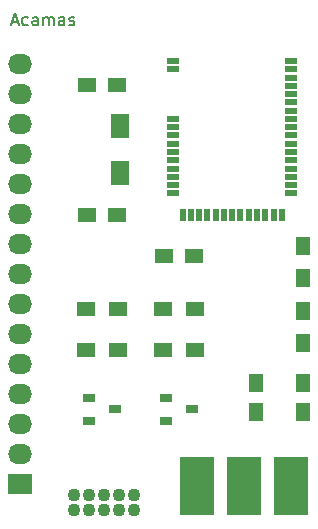
<source format=gts>
G04 #@! TF.FileFunction,Soldermask,Top*
%FSLAX46Y46*%
G04 Gerber Fmt 4.6, Leading zero omitted, Abs format (unit mm)*
G04 Created by KiCad (PCBNEW (2015-01-02 BZR 5348)-product) date 1/7/2015 6:05:39 PM*
%MOMM*%
G01*
G04 APERTURE LIST*
%ADD10C,0.150000*%
%ADD11C,0.200000*%
%ADD12R,1.500000X1.250000*%
%ADD13R,1.500000X1.300000*%
%ADD14R,1.300000X1.500000*%
%ADD15R,1.000760X0.800100*%
%ADD16R,0.500000X1.100000*%
%ADD17R,1.100000X0.500000*%
%ADD18R,3.000000X5.000000*%
%ADD19R,1.600000X2.000000*%
%ADD20R,1.250000X1.500000*%
%ADD21C,1.100000*%
%ADD22R,2.032000X1.727200*%
%ADD23O,2.032000X1.727200*%
G04 APERTURE END LIST*
D10*
D11*
X161357143Y-36666667D02*
X161833334Y-36666667D01*
X161261905Y-36952381D02*
X161595238Y-35952381D01*
X161928572Y-36952381D01*
X162690477Y-36904762D02*
X162595239Y-36952381D01*
X162404762Y-36952381D01*
X162309524Y-36904762D01*
X162261905Y-36857143D01*
X162214286Y-36761905D01*
X162214286Y-36476190D01*
X162261905Y-36380952D01*
X162309524Y-36333333D01*
X162404762Y-36285714D01*
X162595239Y-36285714D01*
X162690477Y-36333333D01*
X163547620Y-36952381D02*
X163547620Y-36428571D01*
X163500001Y-36333333D01*
X163404763Y-36285714D01*
X163214286Y-36285714D01*
X163119048Y-36333333D01*
X163547620Y-36904762D02*
X163452382Y-36952381D01*
X163214286Y-36952381D01*
X163119048Y-36904762D01*
X163071429Y-36809524D01*
X163071429Y-36714286D01*
X163119048Y-36619048D01*
X163214286Y-36571429D01*
X163452382Y-36571429D01*
X163547620Y-36523810D01*
X164023810Y-36952381D02*
X164023810Y-36285714D01*
X164023810Y-36380952D02*
X164071429Y-36333333D01*
X164166667Y-36285714D01*
X164309525Y-36285714D01*
X164404763Y-36333333D01*
X164452382Y-36428571D01*
X164452382Y-36952381D01*
X164452382Y-36428571D02*
X164500001Y-36333333D01*
X164595239Y-36285714D01*
X164738096Y-36285714D01*
X164833334Y-36333333D01*
X164880953Y-36428571D01*
X164880953Y-36952381D01*
X165785715Y-36952381D02*
X165785715Y-36428571D01*
X165738096Y-36333333D01*
X165642858Y-36285714D01*
X165452381Y-36285714D01*
X165357143Y-36333333D01*
X165785715Y-36904762D02*
X165690477Y-36952381D01*
X165452381Y-36952381D01*
X165357143Y-36904762D01*
X165309524Y-36809524D01*
X165309524Y-36714286D01*
X165357143Y-36619048D01*
X165452381Y-36571429D01*
X165690477Y-36571429D01*
X165785715Y-36523810D01*
X166214286Y-36904762D02*
X166309524Y-36952381D01*
X166500000Y-36952381D01*
X166595239Y-36904762D01*
X166642858Y-36809524D01*
X166642858Y-36761905D01*
X166595239Y-36666667D01*
X166500000Y-36619048D01*
X166357143Y-36619048D01*
X166261905Y-36571429D01*
X166214286Y-36476190D01*
X166214286Y-36428571D01*
X166261905Y-36333333D01*
X166357143Y-36285714D01*
X166500000Y-36285714D01*
X166595239Y-36333333D01*
D12*
X170250000Y-42000000D03*
X167750000Y-42000000D03*
X174250000Y-56500000D03*
X176750000Y-56500000D03*
X170250000Y-53000000D03*
X167750000Y-53000000D03*
D13*
X176850000Y-64500000D03*
X174150000Y-64500000D03*
X170350000Y-64500000D03*
X167650000Y-64500000D03*
D14*
X186000000Y-61150000D03*
X186000000Y-63850000D03*
D13*
X176850000Y-61000000D03*
X174150000Y-61000000D03*
X170350000Y-61000000D03*
X167650000Y-61000000D03*
D15*
X170099820Y-69500000D03*
X167900180Y-70452500D03*
X167900180Y-68547500D03*
X176599820Y-69500000D03*
X174400180Y-70452500D03*
X174400180Y-68547500D03*
D16*
X175800000Y-53000000D03*
X176500000Y-53000000D03*
X177200000Y-53000000D03*
X177900000Y-53000000D03*
X178600000Y-53000000D03*
X179300000Y-53000000D03*
X180000000Y-53000000D03*
X180700000Y-53000000D03*
X181400000Y-53000000D03*
X182100000Y-53000000D03*
X182800000Y-53000000D03*
X183500000Y-53000000D03*
X184200000Y-53000000D03*
D17*
X175000000Y-40000000D03*
X175000000Y-40700000D03*
X185000000Y-51200000D03*
X185000000Y-50500000D03*
X185000000Y-49800000D03*
X185000000Y-49100000D03*
X185000000Y-48400000D03*
X185000000Y-47700000D03*
X185000000Y-47000000D03*
X185000000Y-46300000D03*
X185000000Y-45600000D03*
X185000000Y-44900000D03*
X185000000Y-44200000D03*
X185000000Y-43500000D03*
X185000000Y-42800000D03*
X185000000Y-42100000D03*
X185000000Y-41400000D03*
X185000000Y-40700000D03*
X185000000Y-40000000D03*
X175000000Y-44900000D03*
X175000000Y-45600000D03*
X175000000Y-46300000D03*
X175000000Y-47000000D03*
X175000000Y-47700000D03*
X175000000Y-48400000D03*
X175000000Y-49100000D03*
X175000000Y-49800000D03*
X175000000Y-50500000D03*
X175000000Y-51200000D03*
D18*
X181000000Y-76000000D03*
X177000000Y-76000000D03*
X185000000Y-76000000D03*
D19*
X170500000Y-49500000D03*
X170500000Y-45500000D03*
D20*
X186000000Y-67250000D03*
X186000000Y-69750000D03*
X182000000Y-67250000D03*
X182000000Y-69750000D03*
D21*
X166600000Y-78000000D03*
X166600000Y-76730000D03*
X167870000Y-78000000D03*
X167870000Y-76730000D03*
X169140000Y-78000000D03*
X169140000Y-76730000D03*
X170410000Y-78000000D03*
X170410000Y-76730000D03*
X171680000Y-78000000D03*
X171680000Y-76730000D03*
D14*
X186000000Y-55650000D03*
X186000000Y-58350000D03*
D22*
X162000000Y-75780000D03*
D23*
X162000000Y-73240000D03*
X162000000Y-70700000D03*
X162000000Y-68160000D03*
X162000000Y-65620000D03*
X162000000Y-63080000D03*
X162000000Y-60540000D03*
X162000000Y-58000000D03*
X162000000Y-55460000D03*
X162000000Y-52920000D03*
X162000000Y-50380000D03*
X162000000Y-47840000D03*
X162000000Y-45300000D03*
X162000000Y-42760000D03*
X162000000Y-40220000D03*
M02*

</source>
